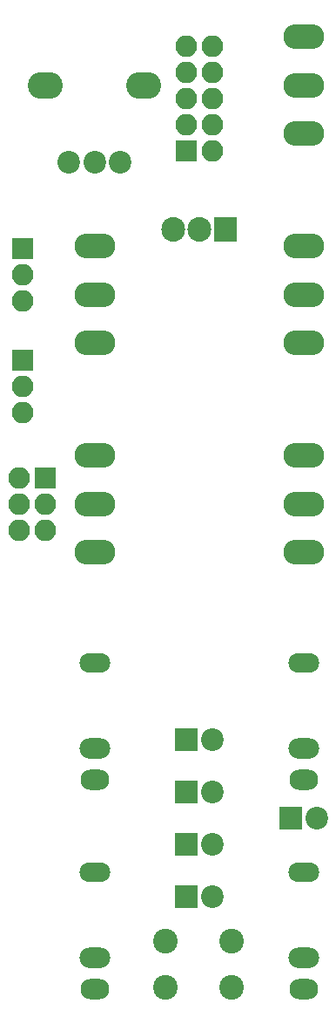
<source format=gbr>
G04 #@! TF.GenerationSoftware,KiCad,Pcbnew,(5.0.0)*
G04 #@! TF.CreationDate,2018-08-20T01:03:39+08:00*
G04 #@! TF.ProjectId,RndSeq,526E645365712E6B696361645F706362,rev?*
G04 #@! TF.SameCoordinates,Original*
G04 #@! TF.FileFunction,Soldermask,Top*
G04 #@! TF.FilePolarity,Negative*
%FSLAX46Y46*%
G04 Gerber Fmt 4.6, Leading zero omitted, Abs format (unit mm)*
G04 Created by KiCad (PCBNEW (5.0.0)) date 08/20/18 01:03:39*
%MOMM*%
%LPD*%
G01*
G04 APERTURE LIST*
%ADD10R,2.305000X2.400000*%
%ADD11O,2.305000X2.400000*%
%ADD12C,2.400000*%
%ADD13O,2.100000X2.100000*%
%ADD14R,2.100000X2.100000*%
%ADD15R,2.200000X2.200000*%
%ADD16C,2.200000*%
%ADD17O,3.400000X2.600000*%
%ADD18O,3.000000X1.900000*%
%ADD19O,2.800000X2.000000*%
%ADD20O,3.000000X2.000000*%
%ADD21O,3.956000X2.432000*%
G04 APERTURE END LIST*
D10*
G04 #@! TO.C,U3*
X149672040Y-79098140D03*
D11*
X147132040Y-79098140D03*
X144592040Y-79098140D03*
G04 #@! TD*
D12*
G04 #@! TO.C,SW6*
X143830040Y-152686140D03*
X143830040Y-148186140D03*
X150330040Y-152686140D03*
X150330040Y-148186140D03*
G04 #@! TD*
D13*
G04 #@! TO.C,I2C*
X129987040Y-96878140D03*
X129987040Y-94338140D03*
D14*
X129987040Y-91798140D03*
G04 #@! TD*
G04 #@! TO.C,SERIAL*
X129987040Y-81003140D03*
D13*
X129987040Y-83543140D03*
X129987040Y-86083140D03*
G04 #@! TD*
D14*
G04 #@! TO.C,ISP*
X132146040Y-103228140D03*
D13*
X129606040Y-103228140D03*
X132146040Y-105768140D03*
X129606040Y-105768140D03*
X132146040Y-108308140D03*
X129606040Y-108308140D03*
G04 #@! TD*
D14*
G04 #@! TO.C,J4*
X145862040Y-71478140D03*
D13*
X148402040Y-71478140D03*
X145862040Y-68938140D03*
X148402040Y-68938140D03*
X145862040Y-66398140D03*
X148402040Y-66398140D03*
X145862040Y-63858140D03*
X148402040Y-63858140D03*
X145862040Y-61318140D03*
X148402040Y-61318140D03*
G04 #@! TD*
D15*
G04 #@! TO.C,D9*
X156022040Y-136248140D03*
D16*
X158562040Y-136248140D03*
G04 #@! TD*
G04 #@! TO.C,D8*
X148402040Y-143868140D03*
D15*
X145862040Y-143868140D03*
G04 #@! TD*
G04 #@! TO.C,D5*
X145862040Y-128628140D03*
D16*
X148402040Y-128628140D03*
G04 #@! TD*
D15*
G04 #@! TO.C,D6*
X145862040Y-133708140D03*
D16*
X148402040Y-133708140D03*
G04 #@! TD*
D15*
G04 #@! TO.C,D7*
X145862040Y-138788140D03*
D16*
X148402040Y-138788140D03*
G04 #@! TD*
D17*
G04 #@! TO.C,RV1*
X132172040Y-65128140D03*
D16*
X139472040Y-72628150D03*
X137012040Y-72628150D03*
X134472040Y-72628150D03*
D17*
X141772040Y-65128140D03*
G04 #@! TD*
D18*
G04 #@! TO.C,J-Out1*
X157292040Y-121168140D03*
D19*
X157292040Y-132568140D03*
D20*
X157292040Y-129468140D03*
G04 #@! TD*
G04 #@! TO.C,J-Clk1*
X136972040Y-149788140D03*
D19*
X136972040Y-152888140D03*
D18*
X136972040Y-141488140D03*
G04 #@! TD*
G04 #@! TO.C,J-CV1*
X136972040Y-121168140D03*
D19*
X136972040Y-132568140D03*
D20*
X136972040Y-129468140D03*
G04 #@! TD*
G04 #@! TO.C,J-Trig1*
X157292040Y-149788140D03*
D19*
X157292040Y-152888140D03*
D18*
X157292040Y-141488140D03*
G04 #@! TD*
D21*
G04 #@! TO.C,SW1*
X157292040Y-60428140D03*
X157292040Y-65128140D03*
X157292040Y-69828140D03*
G04 #@! TD*
G04 #@! TO.C,SW4*
X136972040Y-110468140D03*
X136972040Y-105768140D03*
X136972040Y-101068140D03*
G04 #@! TD*
G04 #@! TO.C,SW2*
X136972040Y-80748140D03*
X136972040Y-85448140D03*
X136972040Y-90148140D03*
G04 #@! TD*
G04 #@! TO.C,SW3*
X157292040Y-90148140D03*
X157292040Y-85448140D03*
X157292040Y-80748140D03*
G04 #@! TD*
G04 #@! TO.C,SW5*
X157292040Y-101068140D03*
X157292040Y-105768140D03*
X157292040Y-110468140D03*
G04 #@! TD*
M02*

</source>
